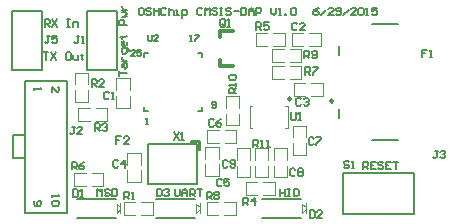
<source format=gto>
%FSLAX24Y24*%
%MOIN*%
G70*
G01*
G75*
G04 Layer_Color=65535*
%ADD10R,0.0256X0.0354*%
%ADD11R,0.0551X0.0472*%
%ADD12R,0.1378X0.1378*%
%ADD13O,0.0394X0.0098*%
%ADD14O,0.0098X0.0394*%
%ADD15R,0.0866X0.0630*%
%ADD16C,0.0394*%
%ADD17R,0.0413X0.0425*%
%ADD18R,0.0315X0.0295*%
%ADD19R,0.0295X0.0315*%
%ADD20R,0.0360X0.0360*%
%ADD21R,0.0500X0.0360*%
%ADD22R,0.0984X0.0787*%
%ADD23R,0.0906X0.0197*%
%ADD24C,0.0060*%
%ADD25C,0.0150*%
%ADD26C,0.0400*%
%ADD27C,0.0550*%
%ADD28R,0.0550X0.0550*%
%ADD29C,0.0360*%
%ADD30C,0.0250*%
%ADD31C,0.0098*%
%ADD32C,0.0030*%
%ADD33C,0.0040*%
%ADD34C,0.0120*%
%ADD35C,0.0079*%
%ADD36C,0.0050*%
D24*
X4748Y1460D02*
X6388D01*
X4748D02*
Y2780D01*
X6388D01*
Y1460D02*
Y2780D01*
X6448Y2591D02*
Y2840D01*
X6196D02*
X6448D01*
X6508Y2591D02*
Y2900D01*
X6196D02*
X6508D01*
X4638Y3890D02*
Y4010D01*
Y3890D02*
X4758D01*
X4638Y5810D02*
X4758D01*
X4638Y5690D02*
Y5810D01*
X6548Y5690D02*
Y5810D01*
X6428D02*
X6548D01*
Y3890D02*
Y4010D01*
X6428Y3890D02*
X6548D01*
X650Y4900D02*
X2050D01*
X650Y500D02*
Y4900D01*
Y500D02*
X2050D01*
Y4900D01*
X2724Y5246D02*
X3724D01*
X2724Y7217D02*
X3724D01*
Y5246D02*
Y7217D01*
X2724Y5246D02*
Y7217D01*
X11259Y1819D02*
X13621D01*
X11259Y441D02*
Y1819D01*
Y441D02*
X13621D01*
Y1819D01*
X8564Y956D02*
X9864D01*
X8564Y327D02*
X9864D01*
X2384Y956D02*
X3684D01*
X2384Y327D02*
X3684D01*
X5044Y956D02*
X6344D01*
X5044Y327D02*
X6344D01*
X224Y5250D02*
Y7217D01*
X1230Y5246D02*
Y7217D01*
X224D02*
X1230D01*
X224Y5246D02*
X1230D01*
X250Y2321D02*
Y3071D01*
Y2321D02*
X650D01*
X250Y3071D02*
X650D01*
D31*
X9535Y4287D02*
G03*
X9535Y4287I-49J0D01*
G01*
X10938Y4220D02*
G03*
X10938Y4220I-49J0D01*
G01*
D32*
X8160Y3329D02*
X8239D01*
X9341D02*
X9420D01*
X9341Y4037D02*
X9420D01*
X8160D02*
X8239D01*
X9420Y3329D02*
Y4037D01*
X8160Y3329D02*
Y4037D01*
D33*
X10020Y739D02*
Y814D01*
Y468D02*
Y543D01*
Y641D02*
Y676D01*
X9898Y798D02*
X10020Y676D01*
Y606D02*
Y641D01*
X9898Y484D02*
X10020Y606D01*
X9898Y484D02*
Y798D01*
Y720D02*
Y798D01*
Y562D02*
Y720D01*
X10020Y543D02*
Y739D01*
X8780Y2258D02*
Y2640D01*
Y1670D02*
Y2062D01*
X8340Y2258D02*
Y2640D01*
Y1670D02*
Y2062D01*
Y1670D02*
X8780D01*
X8340Y2640D02*
X8780D01*
X8180Y2258D02*
Y2640D01*
Y1670D02*
Y2062D01*
X7740Y2258D02*
Y2640D01*
Y1670D02*
Y2062D01*
Y1670D02*
X8180D01*
X7740Y2640D02*
X8180D01*
X4154Y4588D02*
Y4970D01*
Y4000D02*
Y4392D01*
X3714Y4588D02*
Y4970D01*
Y4000D02*
Y4392D01*
Y4000D02*
X4154D01*
X3714Y4970D02*
X4154D01*
X9560Y6500D02*
X9942D01*
X10138D02*
X10530D01*
X9560Y6060D02*
X9942D01*
X10138D02*
X10530D01*
Y6500D01*
X9560Y6060D02*
Y6500D01*
X9630Y4820D02*
X10012D01*
X10208D02*
X10600D01*
X9630Y4380D02*
X10012D01*
X10208D02*
X10600D01*
Y4820D01*
X9630Y4380D02*
Y4820D01*
X4520Y2098D02*
Y2480D01*
Y1510D02*
Y1902D01*
X4080Y2098D02*
Y2480D01*
Y1510D02*
Y1902D01*
Y1510D02*
X4520D01*
X4080Y2480D02*
X4520D01*
X6680Y1720D02*
Y2102D01*
Y2298D02*
Y2690D01*
X7120Y1720D02*
Y2102D01*
Y2298D02*
Y2690D01*
X6680D02*
X7120D01*
X6680Y1720D02*
X7120D01*
X6740Y3250D02*
X7122D01*
X7318D02*
X7710D01*
X6740Y2810D02*
X7122D01*
X7318D02*
X7710D01*
Y3250D01*
X6740Y2810D02*
Y3250D01*
X10030Y3008D02*
Y3390D01*
Y2420D02*
Y2812D01*
X9590Y3008D02*
Y3390D01*
Y2420D02*
Y2812D01*
Y2420D02*
X10030D01*
X9590Y3390D02*
X10030D01*
X9400Y2258D02*
Y2640D01*
Y1670D02*
Y2062D01*
X8960Y2258D02*
Y2640D01*
Y1670D02*
Y2062D01*
Y1670D02*
X9400D01*
X8960Y2640D02*
X9400D01*
X3840Y739D02*
Y814D01*
Y468D02*
Y543D01*
Y641D02*
Y676D01*
X3718Y798D02*
X3840Y676D01*
Y606D02*
Y641D01*
X3718Y484D02*
X3840Y606D01*
X3718Y484D02*
Y798D01*
Y720D02*
Y798D01*
Y562D02*
Y720D01*
X3840Y543D02*
Y739D01*
X6500D02*
Y814D01*
Y468D02*
Y543D01*
Y641D02*
Y676D01*
X6378Y798D02*
X6500Y676D01*
Y606D02*
Y641D01*
X6378Y484D02*
X6500Y606D01*
X6378Y484D02*
Y798D01*
Y720D02*
Y798D01*
Y562D02*
Y720D01*
X6500Y543D02*
Y739D01*
X3950Y860D02*
X4332D01*
X4528D02*
X4920D01*
X3950Y420D02*
X4332D01*
X4528D02*
X4920D01*
Y860D01*
X3950Y420D02*
Y860D01*
X2780Y4768D02*
Y5150D01*
Y4180D02*
Y4572D01*
X2340Y4768D02*
Y5150D01*
Y4180D02*
Y4572D01*
Y4180D02*
X2780D01*
X2340Y5150D02*
X2780D01*
X8020Y1530D02*
X8402D01*
X8598D02*
X8990D01*
X8020Y1090D02*
X8402D01*
X8598D02*
X8990D01*
Y1530D01*
X8020Y1090D02*
Y1530D01*
X3018Y3540D02*
X3400D01*
X2430D02*
X2822D01*
X3018Y3980D02*
X3400D01*
X2430D02*
X2822D01*
X2430Y3540D02*
Y3980D01*
X3400Y3540D02*
Y3980D01*
X8350Y6500D02*
X8732D01*
X8928D02*
X9320D01*
X8350Y6060D02*
X8732D01*
X8928D02*
X9320D01*
Y6500D01*
X8350Y6060D02*
Y6500D01*
X2888Y1380D02*
X3270D01*
X2300D02*
X2692D01*
X2888Y1820D02*
X3270D01*
X2300D02*
X2692D01*
X2300Y1380D02*
Y1820D01*
X3270Y1380D02*
Y1820D01*
X8910Y5400D02*
X9292D01*
X9488D02*
X9880D01*
X8910Y4960D02*
X9292D01*
X9488D02*
X9880D01*
Y5400D01*
X8910Y4960D02*
Y5400D01*
X6720Y860D02*
X7102D01*
X7298D02*
X7690D01*
X6720Y420D02*
X7102D01*
X7298D02*
X7690D01*
Y860D01*
X6720Y420D02*
Y860D01*
X8910Y5950D02*
X9292D01*
X9488D02*
X9880D01*
X8910Y5510D02*
X9292D01*
X9488D02*
X9880D01*
Y5950D01*
X8910Y5510D02*
Y5950D01*
X7360Y3410D02*
Y3792D01*
Y3988D02*
Y4380D01*
X7800Y3410D02*
Y3792D01*
Y3988D02*
Y4380D01*
X7360D02*
X7800D01*
X7360Y3410D02*
X7800D01*
D34*
X7160Y6350D02*
Y6550D01*
Y5400D02*
Y5600D01*
Y6550D02*
X7610D01*
X7160Y5400D02*
X7610D01*
D35*
X11145Y3649D02*
Y3964D01*
Y5736D02*
Y6051D01*
X12247Y2901D02*
X13113D01*
X12247Y6799D02*
X13113D01*
D36*
X3877Y3040D02*
X3710D01*
Y2915D01*
X3793D01*
X3710D01*
Y2790D01*
X4127D02*
X3960D01*
X4127Y2957D01*
Y2998D01*
X4085Y3040D01*
X4002D01*
X3960Y2998D01*
X14067Y5930D02*
X13900D01*
Y5805D01*
X13983D01*
X13900D01*
Y5680D01*
X14150D02*
X14233D01*
X14192D01*
Y5930D01*
X14150Y5888D01*
X4758Y6410D02*
Y6243D01*
X4791Y6210D01*
X4858D01*
X4891Y6243D01*
Y6410D01*
X5091Y6210D02*
X4958D01*
X5091Y6343D01*
Y6377D01*
X5058Y6410D01*
X4991D01*
X4958Y6377D01*
X10150Y570D02*
Y320D01*
X10275D01*
X10317Y362D01*
Y528D01*
X10275Y570D01*
X10150D01*
X10567Y320D02*
X10400D01*
X10567Y487D01*
Y528D01*
X10525Y570D01*
X10442D01*
X10400Y528D01*
X2467Y6390D02*
X2383D01*
X2425D01*
Y6182D01*
X2383Y6140D01*
X2342D01*
X2300Y6182D01*
X2550Y6140D02*
X2633D01*
X2592D01*
Y6390D01*
X2550Y6348D01*
X5620Y3172D02*
X5787Y2922D01*
Y3172D02*
X5620Y2922D01*
X5870D02*
X5953D01*
X5912D01*
Y3172D01*
X5870Y3131D01*
X9530Y3840D02*
Y3632D01*
X9572Y3590D01*
X9655D01*
X9697Y3632D01*
Y3840D01*
X9780Y3590D02*
X9863D01*
X9822D01*
Y3840D01*
X9780Y3798D01*
X11467Y2178D02*
X11425Y2220D01*
X11342D01*
X11300Y2178D01*
Y2137D01*
X11342Y2095D01*
X11425D01*
X11467Y2053D01*
Y2012D01*
X11425Y1970D01*
X11342D01*
X11300Y2012D01*
X11550Y1970D02*
X11633D01*
X11592D01*
Y2220D01*
X11550Y2178D01*
X8280Y2680D02*
Y2930D01*
X8405D01*
X8447Y2888D01*
Y2805D01*
X8405Y2763D01*
X8280D01*
X8363D02*
X8447Y2680D01*
X8530D02*
X8613D01*
X8572D01*
Y2930D01*
X8530Y2888D01*
X8738Y2680D02*
X8821D01*
X8780D01*
Y2930D01*
X8738Y2888D01*
X7700Y4470D02*
X7450D01*
Y4595D01*
X7492Y4637D01*
X7575D01*
X7617Y4595D01*
Y4470D01*
Y4553D02*
X7700Y4637D01*
Y4720D02*
Y4803D01*
Y4762D01*
X7450D01*
X7492Y4720D01*
Y4928D02*
X7450Y4970D01*
Y5053D01*
X7492Y5095D01*
X7658D01*
X7700Y5053D01*
Y4970D01*
X7658Y4928D01*
X7492D01*
X9980Y5640D02*
Y5890D01*
X10105D01*
X10147Y5848D01*
Y5765D01*
X10105Y5723D01*
X9980D01*
X10063D02*
X10147Y5640D01*
X10230Y5682D02*
X10272Y5640D01*
X10355D01*
X10397Y5682D01*
Y5848D01*
X10355Y5890D01*
X10272D01*
X10230Y5848D01*
Y5807D01*
X10272Y5765D01*
X10397D01*
X6720Y950D02*
Y1200D01*
X6845D01*
X6887Y1158D01*
Y1075D01*
X6845Y1033D01*
X6720D01*
X6803D02*
X6887Y950D01*
X6970Y1158D02*
X7012Y1200D01*
X7095D01*
X7137Y1158D01*
Y1117D01*
X7095Y1075D01*
X7137Y1033D01*
Y992D01*
X7095Y950D01*
X7012D01*
X6970Y992D01*
Y1033D01*
X7012Y1075D01*
X6970Y1117D01*
Y1158D01*
X7012Y1075D02*
X7095D01*
X10000Y5100D02*
Y5350D01*
X10125D01*
X10167Y5309D01*
Y5225D01*
X10125Y5184D01*
X10000D01*
X10083D02*
X10167Y5100D01*
X10250Y5350D02*
X10417D01*
Y5309D01*
X10250Y5142D01*
Y5100D01*
X2220Y1940D02*
Y2190D01*
X2345D01*
X2387Y2148D01*
Y2065D01*
X2345Y2023D01*
X2220D01*
X2303D02*
X2387Y1940D01*
X2637Y2190D02*
X2553Y2148D01*
X2470Y2065D01*
Y1982D01*
X2512Y1940D01*
X2595D01*
X2637Y1982D01*
Y2023D01*
X2595Y2065D01*
X2470D01*
X8370Y6590D02*
Y6840D01*
X8495D01*
X8537Y6798D01*
Y6715D01*
X8495Y6673D01*
X8370D01*
X8453D02*
X8537Y6590D01*
X8787Y6840D02*
X8620D01*
Y6715D01*
X8703Y6757D01*
X8745D01*
X8787Y6715D01*
Y6632D01*
X8745Y6590D01*
X8662D01*
X8620Y6632D01*
X2990Y3220D02*
Y3470D01*
X3115D01*
X3157Y3428D01*
Y3345D01*
X3115Y3303D01*
X2990D01*
X3073D02*
X3157Y3220D01*
X3240Y3428D02*
X3282Y3470D01*
X3365D01*
X3407Y3428D01*
Y3387D01*
X3365Y3345D01*
X3323D01*
X3365D01*
X3407Y3303D01*
Y3262D01*
X3365Y3220D01*
X3282D01*
X3240Y3262D01*
X7940Y750D02*
Y1000D01*
X8065D01*
X8107Y958D01*
Y875D01*
X8065Y833D01*
X7940D01*
X8023D02*
X8107Y750D01*
X8315D02*
Y1000D01*
X8190Y875D01*
X8357D01*
X2888Y4690D02*
Y4940D01*
X3013D01*
X3055Y4898D01*
Y4815D01*
X3013Y4773D01*
X2888D01*
X2972D02*
X3055Y4690D01*
X3305D02*
X3138D01*
X3305Y4857D01*
Y4898D01*
X3263Y4940D01*
X3180D01*
X3138Y4898D01*
X3976Y950D02*
Y1200D01*
X4100D01*
X4142Y1158D01*
Y1075D01*
X4100Y1033D01*
X3976D01*
X4059D02*
X4142Y950D01*
X4225D02*
X4309D01*
X4267D01*
Y1200D01*
X4225Y1158D01*
X7327Y6742D02*
Y6908D01*
X7285Y6950D01*
X7202D01*
X7160Y6908D01*
Y6742D01*
X7202Y6700D01*
X7285D01*
X7243Y6783D02*
X7327Y6700D01*
X7285D02*
X7327Y6742D01*
X7410Y6700D02*
X7493D01*
X7452D01*
Y6950D01*
X7410Y6908D01*
X1487Y6400D02*
X1403D01*
X1445D01*
Y6192D01*
X1403Y6150D01*
X1362D01*
X1320Y6192D01*
X1737Y6400D02*
X1570D01*
Y6275D01*
X1653Y6317D01*
X1695D01*
X1737Y6275D01*
Y6192D01*
X1695Y6150D01*
X1612D01*
X1570Y6192D01*
X14425Y2560D02*
X14342D01*
X14383D01*
Y2352D01*
X14342Y2310D01*
X14300D01*
X14259Y2352D01*
X14508Y2518D02*
X14550Y2560D01*
X14633D01*
X14675Y2518D01*
Y2477D01*
X14633Y2435D01*
X14592D01*
X14633D01*
X14675Y2393D01*
Y2352D01*
X14633Y2310D01*
X14550D01*
X14508Y2352D01*
X5050Y1300D02*
Y1050D01*
X5175D01*
X5217Y1092D01*
Y1258D01*
X5175Y1300D01*
X5050D01*
X5300Y1258D02*
X5342Y1300D01*
X5425D01*
X5467Y1258D01*
Y1217D01*
X5425Y1175D01*
X5383D01*
X5425D01*
X5467Y1133D01*
Y1092D01*
X5425Y1050D01*
X5342D01*
X5300Y1092D01*
X2260Y1274D02*
Y1024D01*
X2385D01*
X2427Y1066D01*
Y1233D01*
X2385Y1274D01*
X2260D01*
X2510Y1024D02*
X2593D01*
X2552D01*
Y1274D01*
X2510Y1233D01*
X7423Y2208D02*
X7381Y2250D01*
X7298D01*
X7257Y2208D01*
Y2042D01*
X7298Y2000D01*
X7381D01*
X7423Y2042D01*
X7506D02*
X7548Y2000D01*
X7631D01*
X7673Y2042D01*
Y2208D01*
X7631Y2250D01*
X7548D01*
X7506Y2208D01*
Y2167D01*
X7548Y2125D01*
X7673D01*
X9677Y1928D02*
X9635Y1970D01*
X9552D01*
X9510Y1928D01*
Y1762D01*
X9552Y1720D01*
X9635D01*
X9677Y1762D01*
X9760Y1928D02*
X9802Y1970D01*
X9885D01*
X9927Y1928D01*
Y1887D01*
X9885Y1845D01*
X9927Y1803D01*
Y1762D01*
X9885Y1720D01*
X9802D01*
X9760Y1762D01*
Y1803D01*
X9802Y1845D01*
X9760Y1887D01*
Y1928D01*
X9802Y1845D02*
X9885D01*
X10287Y2961D02*
X10245Y3002D01*
X10162D01*
X10120Y2961D01*
Y2794D01*
X10162Y2752D01*
X10245D01*
X10287Y2794D01*
X10370Y3002D02*
X10537D01*
Y2961D01*
X10370Y2794D01*
Y2752D01*
X6957Y3568D02*
X6915Y3610D01*
X6832D01*
X6790Y3568D01*
Y3402D01*
X6832Y3360D01*
X6915D01*
X6957Y3402D01*
X7207Y3610D02*
X7123Y3568D01*
X7040Y3485D01*
Y3402D01*
X7082Y3360D01*
X7165D01*
X7207Y3402D01*
Y3443D01*
X7165Y3485D01*
X7040D01*
X7227Y1578D02*
X7185Y1620D01*
X7102D01*
X7060Y1578D01*
Y1412D01*
X7102Y1370D01*
X7185D01*
X7227Y1412D01*
X7477Y1620D02*
X7310D01*
Y1495D01*
X7393Y1537D01*
X7435D01*
X7477Y1495D01*
Y1412D01*
X7435Y1370D01*
X7352D01*
X7310Y1412D01*
X3777Y2208D02*
X3735Y2250D01*
X3652D01*
X3610Y2208D01*
Y2042D01*
X3652Y2000D01*
X3735D01*
X3777Y2042D01*
X3985Y2000D02*
Y2250D01*
X3860Y2125D01*
X4027D01*
X9867Y4268D02*
X9825Y4310D01*
X9742D01*
X9700Y4268D01*
Y4102D01*
X9742Y4060D01*
X9825D01*
X9867Y4102D01*
X9950Y4268D02*
X9992Y4310D01*
X10075D01*
X10117Y4268D01*
Y4227D01*
X10075Y4185D01*
X10033D01*
X10075D01*
X10117Y4143D01*
Y4102D01*
X10075Y4060D01*
X9992D01*
X9950Y4102D01*
X9737Y6788D02*
X9695Y6830D01*
X9612D01*
X9570Y6788D01*
Y6622D01*
X9612Y6580D01*
X9695D01*
X9737Y6622D01*
X9987Y6580D02*
X9820D01*
X9987Y6747D01*
Y6788D01*
X9945Y6830D01*
X9862D01*
X9820Y6788D01*
X3467Y4488D02*
X3425Y4530D01*
X3342D01*
X3300Y4488D01*
Y4322D01*
X3342Y4280D01*
X3425D01*
X3467Y4322D01*
X3550Y4280D02*
X3633D01*
X3592D01*
Y4530D01*
X3550Y4488D01*
X2327Y3360D02*
X2243D01*
X2285D01*
Y3152D01*
X2243Y3110D01*
X2202D01*
X2160Y3152D01*
X2577Y3110D02*
X2410D01*
X2577Y3277D01*
Y3318D01*
X2535Y3360D01*
X2452D01*
X2410Y3318D01*
X4323Y5708D02*
X4190D01*
X4323Y5841D01*
Y5874D01*
X4290Y5908D01*
X4223D01*
X4190Y5874D01*
X4523Y5908D02*
X4390D01*
Y5808D01*
X4457Y5841D01*
X4490D01*
X4523Y5808D01*
Y5741D01*
X4490Y5708D01*
X4423D01*
X4390Y5741D01*
X6170Y6210D02*
X6237D01*
X6203D01*
Y6410D01*
X6170Y6377D01*
X6337Y6410D02*
X6470D01*
Y6377D01*
X6337Y6243D01*
Y6210D01*
X6910Y4033D02*
X6943Y4000D01*
X7010D01*
X7043Y4033D01*
Y4167D01*
X7010Y4200D01*
X6943D01*
X6910Y4167D01*
Y4133D01*
X6943Y4100D01*
X7043D01*
X4712Y3462D02*
X4778D01*
X4745D01*
Y3662D01*
X4712Y3629D01*
X1550Y1100D02*
Y1017D01*
Y1058D01*
X1800D01*
X1758Y1100D01*
Y892D02*
X1800Y850D01*
Y767D01*
X1758Y725D01*
X1592D01*
X1550Y767D01*
Y850D01*
X1592Y892D01*
X1758D01*
X992Y900D02*
X950Y858D01*
Y775D01*
X992Y733D01*
X1158D01*
X1200Y775D01*
Y858D01*
X1158Y900D01*
X1117D01*
X1075Y858D01*
Y733D01*
X950Y4650D02*
Y4567D01*
Y4608D01*
X1200D01*
X1158Y4650D01*
X1550Y4533D02*
Y4700D01*
X1717Y4533D01*
X1758D01*
X1800Y4575D01*
Y4658D01*
X1758Y4700D01*
X4575Y7330D02*
X4492D01*
X4450Y7288D01*
Y7122D01*
X4492Y7080D01*
X4575D01*
X4617Y7122D01*
Y7288D01*
X4575Y7330D01*
X4867Y7288D02*
X4825Y7330D01*
X4742D01*
X4700Y7288D01*
Y7247D01*
X4742Y7205D01*
X4825D01*
X4867Y7163D01*
Y7122D01*
X4825Y7080D01*
X4742D01*
X4700Y7122D01*
X4950Y7330D02*
Y7080D01*
Y7205D01*
X5116D01*
Y7330D01*
Y7080D01*
X5366Y7288D02*
X5325Y7330D01*
X5241D01*
X5200Y7288D01*
Y7122D01*
X5241Y7080D01*
X5325D01*
X5366Y7122D01*
X5450Y7330D02*
Y7080D01*
Y7205D01*
X5491Y7247D01*
X5575D01*
X5616Y7205D01*
Y7080D01*
X5700D02*
X5783D01*
X5741D01*
Y7247D01*
X5700D01*
X5908Y6997D02*
Y7247D01*
X6033D01*
X6074Y7205D01*
Y7122D01*
X6033Y7080D01*
X5908D01*
X6574Y7288D02*
X6533Y7330D01*
X6449D01*
X6408Y7288D01*
Y7122D01*
X6449Y7080D01*
X6533D01*
X6574Y7122D01*
X6658Y7080D02*
Y7330D01*
X6741Y7247D01*
X6824Y7330D01*
Y7080D01*
X7074Y7288D02*
X7032Y7330D01*
X6949D01*
X6908Y7288D01*
Y7247D01*
X6949Y7205D01*
X7032D01*
X7074Y7163D01*
Y7122D01*
X7032Y7080D01*
X6949D01*
X6908Y7122D01*
X7157Y7330D02*
X7241D01*
X7199D01*
Y7080D01*
X7157D01*
X7241D01*
X7532Y7288D02*
X7491Y7330D01*
X7407D01*
X7366Y7288D01*
Y7247D01*
X7407Y7205D01*
X7491D01*
X7532Y7163D01*
Y7122D01*
X7491Y7080D01*
X7407D01*
X7366Y7122D01*
X7616Y7205D02*
X7782D01*
X7866Y7330D02*
Y7080D01*
X7991D01*
X8032Y7122D01*
Y7288D01*
X7991Y7330D01*
X7866D01*
X8115Y7080D02*
Y7247D01*
X8199Y7330D01*
X8282Y7247D01*
Y7080D01*
Y7205D01*
X8115D01*
X8365Y7080D02*
Y7330D01*
X8490D01*
X8532Y7288D01*
Y7205D01*
X8490Y7163D01*
X8365D01*
X8865Y7330D02*
Y7163D01*
X8949Y7080D01*
X9032Y7163D01*
Y7330D01*
X9115Y7080D02*
X9198D01*
X9157D01*
Y7330D01*
X9115Y7288D01*
X9323Y7080D02*
Y7122D01*
X9365D01*
Y7080D01*
X9323D01*
X9532Y7288D02*
X9573Y7330D01*
X9657D01*
X9698Y7288D01*
Y7122D01*
X9657Y7080D01*
X9573D01*
X9532Y7122D01*
Y7288D01*
X10448Y7330D02*
X10365Y7288D01*
X10281Y7205D01*
Y7122D01*
X10323Y7080D01*
X10406D01*
X10448Y7122D01*
Y7163D01*
X10406Y7205D01*
X10281D01*
X10531Y7080D02*
X10698Y7247D01*
X10948Y7080D02*
X10781D01*
X10948Y7247D01*
Y7288D01*
X10906Y7330D01*
X10823D01*
X10781Y7288D01*
X11031Y7122D02*
X11073Y7080D01*
X11156D01*
X11198Y7122D01*
Y7288D01*
X11156Y7330D01*
X11073D01*
X11031Y7288D01*
Y7247D01*
X11073Y7205D01*
X11198D01*
X11281Y7080D02*
X11448Y7247D01*
X11698Y7080D02*
X11531D01*
X11698Y7247D01*
Y7288D01*
X11656Y7330D01*
X11573D01*
X11531Y7288D01*
X11781D02*
X11823Y7330D01*
X11906D01*
X11948Y7288D01*
Y7122D01*
X11906Y7080D01*
X11823D01*
X11781Y7122D01*
Y7288D01*
X12031Y7080D02*
X12114D01*
X12073D01*
Y7330D01*
X12031Y7288D01*
X12406Y7330D02*
X12239D01*
Y7205D01*
X12322Y7247D01*
X12364D01*
X12406Y7205D01*
Y7122D01*
X12364Y7080D01*
X12281D01*
X12239Y7122D01*
X3800Y5050D02*
Y5217D01*
Y5134D01*
X4050D01*
X3883Y5342D02*
Y5425D01*
X3925Y5467D01*
X4050D01*
Y5342D01*
X4008Y5300D01*
X3967Y5342D01*
Y5467D01*
X3883Y5550D02*
X4050D01*
X3967D01*
X3925Y5592D01*
X3883Y5633D01*
Y5675D01*
X4133Y5883D02*
Y5925D01*
X4092Y5967D01*
X3883D01*
Y5842D01*
X3925Y5800D01*
X4008D01*
X4050Y5842D01*
Y5967D01*
Y6175D02*
Y6092D01*
X4008Y6050D01*
X3925D01*
X3883Y6092D01*
Y6175D01*
X3925Y6217D01*
X3967D01*
Y6050D01*
X3842Y6342D02*
X3883D01*
Y6300D01*
Y6383D01*
Y6342D01*
X4008D01*
X4050Y6383D01*
Y6758D02*
X3800D01*
Y6883D01*
X3842Y6925D01*
X3925D01*
X3967Y6883D01*
Y6758D01*
X3883Y7008D02*
X4008D01*
X4050Y7050D01*
X4008Y7091D01*
X4050Y7133D01*
X4008Y7175D01*
X3883D01*
Y7258D02*
X4050D01*
X3967D01*
X3925Y7300D01*
X3883Y7341D01*
Y7383D01*
X1320Y6690D02*
Y6940D01*
X1445D01*
X1487Y6898D01*
Y6815D01*
X1445Y6773D01*
X1320D01*
X1403D02*
X1487Y6690D01*
X1570Y6940D02*
X1737Y6690D01*
Y6940D02*
X1570Y6690D01*
X2070Y6940D02*
X2153D01*
X2111D01*
Y6690D01*
X2070D01*
X2153D01*
X2278D02*
Y6857D01*
X2403D01*
X2445Y6815D01*
Y6690D01*
X1280Y5840D02*
X1447D01*
X1363D01*
Y5590D01*
X1530Y5840D02*
X1697Y5590D01*
Y5840D02*
X1530Y5590D01*
X2155Y5840D02*
X2071D01*
X2030Y5798D01*
Y5632D01*
X2071Y5590D01*
X2155D01*
X2196Y5632D01*
Y5798D01*
X2155Y5840D01*
X2280Y5757D02*
Y5632D01*
X2321Y5590D01*
X2446D01*
Y5757D01*
X2571Y5798D02*
Y5757D01*
X2530D01*
X2613D01*
X2571D01*
Y5632D01*
X2613Y5590D01*
X3070Y1040D02*
Y1290D01*
X3153Y1207D01*
X3237Y1290D01*
Y1040D01*
X3487Y1248D02*
X3445Y1290D01*
X3362D01*
X3320Y1248D01*
Y1207D01*
X3362Y1165D01*
X3445D01*
X3487Y1123D01*
Y1082D01*
X3445Y1040D01*
X3362D01*
X3320Y1082D01*
X3570Y1290D02*
Y1040D01*
X3695D01*
X3736Y1082D01*
Y1248D01*
X3695Y1290D01*
X3570D01*
X5650D02*
Y1082D01*
X5692Y1040D01*
X5775D01*
X5817Y1082D01*
Y1290D01*
X5900Y1040D02*
Y1207D01*
X5983Y1290D01*
X6067Y1207D01*
Y1040D01*
Y1165D01*
X5900D01*
X6150Y1040D02*
Y1290D01*
X6275D01*
X6316Y1248D01*
Y1165D01*
X6275Y1123D01*
X6150D01*
X6233D02*
X6316Y1040D01*
X6400Y1290D02*
X6566D01*
X6483D01*
Y1040D01*
X9160Y1290D02*
Y1040D01*
Y1165D01*
X9327D01*
Y1290D01*
Y1040D01*
X9410Y1290D02*
X9493D01*
X9452D01*
Y1040D01*
X9410D01*
X9493D01*
X9618Y1290D02*
Y1040D01*
X9743D01*
X9785Y1082D01*
Y1248D01*
X9743Y1290D01*
X9618D01*
X11940Y1950D02*
Y2200D01*
X12065D01*
X12107Y2158D01*
Y2075D01*
X12065Y2033D01*
X11940D01*
X12023D02*
X12107Y1950D01*
X12357Y2200D02*
X12190D01*
Y1950D01*
X12357D01*
X12190Y2075D02*
X12273D01*
X12606Y2158D02*
X12565Y2200D01*
X12481D01*
X12440Y2158D01*
Y2117D01*
X12481Y2075D01*
X12565D01*
X12606Y2033D01*
Y1992D01*
X12565Y1950D01*
X12481D01*
X12440Y1992D01*
X12856Y2200D02*
X12690D01*
Y1950D01*
X12856D01*
X12690Y2075D02*
X12773D01*
X12940Y2200D02*
X13106D01*
X13023D01*
Y1950D01*
M02*

</source>
